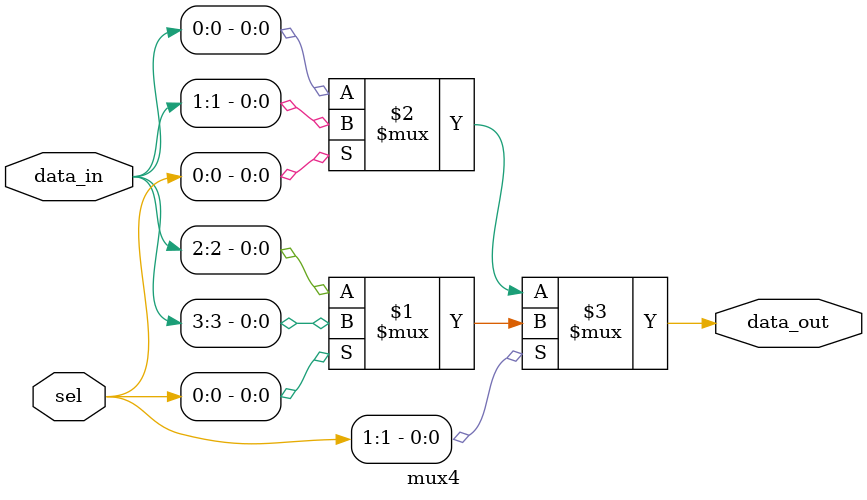
<source format=v>
`timescale 1ns / 1ps
module mux4(data_in,sel,data_out);
    input [3:0] data_in;
    input [1:0] sel;
    output data_out;
    assign data_out = sel[1]?(sel[0]?data_in[3]:data_in[2]):(sel[0]?data_in[1]:data_in[0]);
endmodule
</source>
